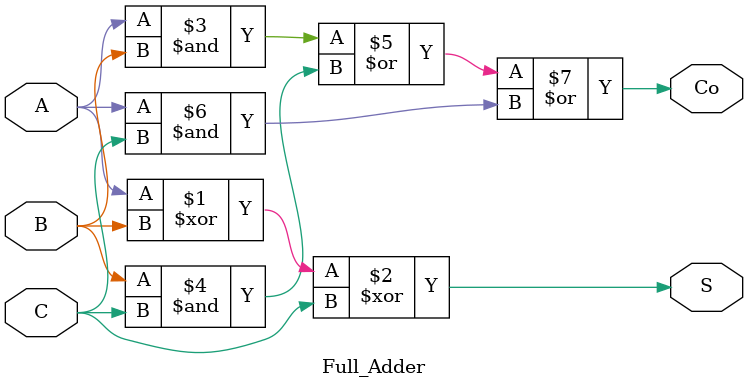
<source format=v>
/*
module Full_Adder(
	input A,
	input B,
	input C,
	output Co,
	output S
	);

assign {Co, S} = C + A + B;	

endmodule
*/

`timescale 1ns/100ps

module Full_Adder_8bit(A,B,Cin,S,Co);

input [7:0]A;

input [7:0]B;

input Cin;
wire [6:0]C;

output Co;

output [7:0]S;

Full_Adder a1(A[0],B[0],Cin,S[0],C[0]);
Full_Adder a2(A[1],B[1],C[0],S[1],C[1]);
Full_Adder a3(A[2],B[2],C[1],S[2],C[2]);
Full_Adder a4(A[3],B[3],C[2],S[3],C[3]);
Full_Adder a5(A[4],B[4],C[3],S[4],C[4]);
Full_Adder a6(A[5],B[5],C[4],S[5],C[5]);
Full_Adder a7(A[6],B[6],C[5],S[6],C[6]);
Full_Adder a8(A[7],B[7],C[6],S[7],Co);

endmodule

module Full_Adder(A,B,C,S,Co);	  

input A;
input B;
input C;
output S;
output Co;
	

assign #1 S = A ^ B ^ C;
assign #0.5 Co = (A & B) | (B & C) | (A & C);


endmodule

</source>
